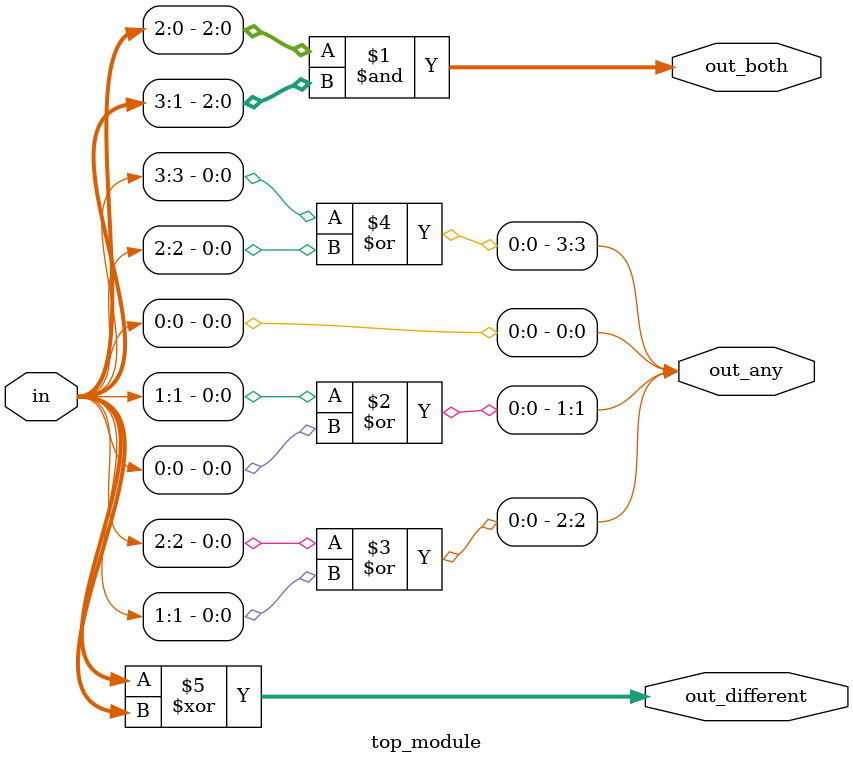
<source format=sv>
module top_module (
	input [3:0] in,
	output [2:0] out_both,
	output [3:0] out_any,
	output [3:0] out_different
);

	assign out_both = in[2:0] & in[3:1];
	assign out_any = {in[3] | in[2], in[2] | in[1], in[1] | in[0], in[0]}; // Fixed-width of 4 bits
	assign out_different = in ^ {in[3:1], in[0]};

endmodule

</source>
